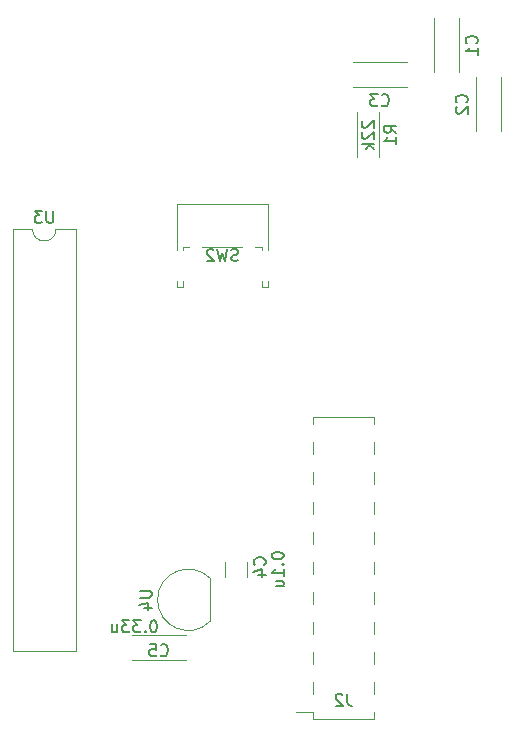
<source format=gbo>
G04 #@! TF.GenerationSoftware,KiCad,Pcbnew,(5.0.0)*
G04 #@! TF.CreationDate,2020-02-26T16:23:43+01:00*
G04 #@! TF.ProjectId,KXKM_esp_remote_control_module,4B584B4D5F6573705F72656D6F74655F,rev?*
G04 #@! TF.SameCoordinates,Original*
G04 #@! TF.FileFunction,Legend,Bot*
G04 #@! TF.FilePolarity,Positive*
%FSLAX46Y46*%
G04 Gerber Fmt 4.6, Leading zero omitted, Abs format (unit mm)*
G04 Created by KiCad (PCBNEW (5.0.0)) date 02/26/20 16:23:43*
%MOMM*%
%LPD*%
G01*
G04 APERTURE LIST*
%ADD10C,0.120000*%
%ADD11C,0.150000*%
G04 APERTURE END LIST*
D10*
G04 #@! TO.C,J2*
X169545000Y-116500000D02*
X174745000Y-116500000D01*
X169545000Y-90980000D02*
X174745000Y-90980000D01*
X168105000Y-115930000D02*
X169545000Y-115930000D01*
X169545000Y-116500000D02*
X169545000Y-115930000D01*
X174745000Y-116500000D02*
X174745000Y-115930000D01*
X169545000Y-91550000D02*
X169545000Y-90980000D01*
X174745000Y-91550000D02*
X174745000Y-90980000D01*
X169545000Y-114410000D02*
X169545000Y-113390000D01*
X174745000Y-114410000D02*
X174745000Y-113390000D01*
X169545000Y-111870000D02*
X169545000Y-110850000D01*
X174745000Y-111870000D02*
X174745000Y-110850000D01*
X169545000Y-109330000D02*
X169545000Y-108310000D01*
X174745000Y-109330000D02*
X174745000Y-108310000D01*
X169545000Y-106790000D02*
X169545000Y-105770000D01*
X174745000Y-106790000D02*
X174745000Y-105770000D01*
X169545000Y-104250000D02*
X169545000Y-103230000D01*
X174745000Y-104250000D02*
X174745000Y-103230000D01*
X169545000Y-101710000D02*
X169545000Y-100690000D01*
X174745000Y-101710000D02*
X174745000Y-100690000D01*
X169545000Y-99170000D02*
X169545000Y-98150000D01*
X174745000Y-99170000D02*
X174745000Y-98150000D01*
X169545000Y-96630000D02*
X169545000Y-95610000D01*
X174745000Y-96630000D02*
X174745000Y-95610000D01*
X169545000Y-94090000D02*
X169545000Y-93070000D01*
X174745000Y-94090000D02*
X174745000Y-93070000D01*
G04 #@! TO.C,C1*
X181918000Y-61746000D02*
X181918000Y-57206000D01*
X179778000Y-61746000D02*
X179778000Y-57206000D01*
X181918000Y-61746000D02*
X181903000Y-61746000D01*
X179793000Y-61746000D02*
X179778000Y-61746000D01*
X181918000Y-57206000D02*
X181903000Y-57206000D01*
X179793000Y-57206000D02*
X179778000Y-57206000D01*
G04 #@! TO.C,C2*
X183334000Y-62206000D02*
X183334000Y-66746000D01*
X185474000Y-62206000D02*
X185474000Y-66746000D01*
X183334000Y-62206000D02*
X183349000Y-62206000D01*
X185459000Y-62206000D02*
X185474000Y-62206000D01*
X183334000Y-66746000D02*
X183349000Y-66746000D01*
X185459000Y-66746000D02*
X185474000Y-66746000D01*
G04 #@! TO.C,C3*
X177490000Y-60921000D02*
X177490000Y-60906000D01*
X177490000Y-63046000D02*
X177490000Y-63031000D01*
X172950000Y-60921000D02*
X172950000Y-60906000D01*
X172950000Y-63046000D02*
X172950000Y-63031000D01*
X172950000Y-60906000D02*
X177490000Y-60906000D01*
X172950000Y-63046000D02*
X177490000Y-63046000D01*
G04 #@! TO.C,C5*
X158774000Y-109420000D02*
X154234000Y-109420000D01*
X158774000Y-111560000D02*
X154234000Y-111560000D01*
X158774000Y-109420000D02*
X158774000Y-109435000D01*
X158774000Y-111545000D02*
X158774000Y-111560000D01*
X154234000Y-109420000D02*
X154234000Y-109435000D01*
X154234000Y-111545000D02*
X154234000Y-111560000D01*
G04 #@! TO.C,C4*
X162148000Y-103237000D02*
X162148000Y-104495000D01*
X163988000Y-103237000D02*
X163988000Y-104495000D01*
G04 #@! TO.C,U3*
X145812000Y-75047800D02*
G75*
G03X147812000Y-75047800I1000000J0D01*
G01*
X147812000Y-75047800D02*
X149462000Y-75047800D01*
X149462000Y-75047800D02*
X149462000Y-110727800D01*
X149462000Y-110727800D02*
X144162000Y-110727800D01*
X144162000Y-110727800D02*
X144162000Y-75047800D01*
X144162000Y-75047800D02*
X145812000Y-75047800D01*
G04 #@! TO.C,U4*
X160854000Y-104626000D02*
X160854000Y-108226000D01*
X160842478Y-104587522D02*
G75*
G03X156404000Y-106426000I-1838478J-1838478D01*
G01*
X160842478Y-108264478D02*
G75*
G02X156404000Y-106426000I-1838478J1838478D01*
G01*
G04 #@! TO.C,R1*
X175164000Y-68976000D02*
X175164000Y-65136000D01*
X173324000Y-68976000D02*
X173324000Y-65136000D01*
G04 #@! TO.C,SW2*
X165224800Y-76585800D02*
X165224800Y-76815800D01*
X165744800Y-72915800D02*
X158024800Y-72915800D01*
X158024800Y-72915800D02*
X158024800Y-76815800D01*
X165744800Y-79925800D02*
X165224800Y-79925800D01*
X165744800Y-72915800D02*
X165744800Y-76815800D01*
X158544800Y-76585800D02*
X158544800Y-76815800D01*
X165224800Y-79415800D02*
X165224800Y-79925800D01*
X165744800Y-79415800D02*
X165744800Y-79925800D01*
X159084800Y-76585800D02*
X158544800Y-76585800D01*
X158544800Y-79415800D02*
X158544800Y-79925800D01*
X158544800Y-79925800D02*
X158024800Y-79925800D01*
X158024800Y-79415800D02*
X158024800Y-79925800D01*
X165224800Y-76585800D02*
X164684800Y-76585800D01*
X163584800Y-76585800D02*
X160184800Y-76585800D01*
G04 #@! TO.C,J2*
D11*
X172478333Y-114387380D02*
X172478333Y-115101666D01*
X172525952Y-115244523D01*
X172621190Y-115339761D01*
X172764047Y-115387380D01*
X172859285Y-115387380D01*
X172049761Y-114482619D02*
X172002142Y-114435000D01*
X171906904Y-114387380D01*
X171668809Y-114387380D01*
X171573571Y-114435000D01*
X171525952Y-114482619D01*
X171478333Y-114577857D01*
X171478333Y-114673095D01*
X171525952Y-114815952D01*
X172097380Y-115387380D01*
X171478333Y-115387380D01*
G04 #@! TO.C,C1*
X183405142Y-59309333D02*
X183452761Y-59261714D01*
X183500380Y-59118857D01*
X183500380Y-59023619D01*
X183452761Y-58880761D01*
X183357523Y-58785523D01*
X183262285Y-58737904D01*
X183071809Y-58690285D01*
X182928952Y-58690285D01*
X182738476Y-58737904D01*
X182643238Y-58785523D01*
X182548000Y-58880761D01*
X182500380Y-59023619D01*
X182500380Y-59118857D01*
X182548000Y-59261714D01*
X182595619Y-59309333D01*
X183500380Y-60261714D02*
X183500380Y-59690285D01*
X183500380Y-59976000D02*
X182500380Y-59976000D01*
X182643238Y-59880761D01*
X182738476Y-59785523D01*
X182786095Y-59690285D01*
G04 #@! TO.C,C2*
X182561142Y-64309333D02*
X182608761Y-64261714D01*
X182656380Y-64118857D01*
X182656380Y-64023619D01*
X182608761Y-63880761D01*
X182513523Y-63785523D01*
X182418285Y-63737904D01*
X182227809Y-63690285D01*
X182084952Y-63690285D01*
X181894476Y-63737904D01*
X181799238Y-63785523D01*
X181704000Y-63880761D01*
X181656380Y-64023619D01*
X181656380Y-64118857D01*
X181704000Y-64261714D01*
X181751619Y-64309333D01*
X181751619Y-64690285D02*
X181704000Y-64737904D01*
X181656380Y-64833142D01*
X181656380Y-65071238D01*
X181704000Y-65166476D01*
X181751619Y-65214095D01*
X181846857Y-65261714D01*
X181942095Y-65261714D01*
X182084952Y-65214095D01*
X182656380Y-64642666D01*
X182656380Y-65261714D01*
G04 #@! TO.C,C3*
X175386666Y-64533142D02*
X175434285Y-64580761D01*
X175577142Y-64628380D01*
X175672380Y-64628380D01*
X175815238Y-64580761D01*
X175910476Y-64485523D01*
X175958095Y-64390285D01*
X176005714Y-64199809D01*
X176005714Y-64056952D01*
X175958095Y-63866476D01*
X175910476Y-63771238D01*
X175815238Y-63676000D01*
X175672380Y-63628380D01*
X175577142Y-63628380D01*
X175434285Y-63676000D01*
X175386666Y-63723619D01*
X175053333Y-63628380D02*
X174434285Y-63628380D01*
X174767619Y-64009333D01*
X174624761Y-64009333D01*
X174529523Y-64056952D01*
X174481904Y-64104571D01*
X174434285Y-64199809D01*
X174434285Y-64437904D01*
X174481904Y-64533142D01*
X174529523Y-64580761D01*
X174624761Y-64628380D01*
X174910476Y-64628380D01*
X175005714Y-64580761D01*
X175053333Y-64533142D01*
G04 #@! TO.C,C5*
X156670666Y-111101142D02*
X156718285Y-111148761D01*
X156861142Y-111196380D01*
X156956380Y-111196380D01*
X157099238Y-111148761D01*
X157194476Y-111053523D01*
X157242095Y-110958285D01*
X157289714Y-110767809D01*
X157289714Y-110624952D01*
X157242095Y-110434476D01*
X157194476Y-110339238D01*
X157099238Y-110244000D01*
X156956380Y-110196380D01*
X156861142Y-110196380D01*
X156718285Y-110244000D01*
X156670666Y-110291619D01*
X155765904Y-110196380D02*
X156242095Y-110196380D01*
X156289714Y-110672571D01*
X156242095Y-110624952D01*
X156146857Y-110577333D01*
X155908761Y-110577333D01*
X155813523Y-110624952D01*
X155765904Y-110672571D01*
X155718285Y-110767809D01*
X155718285Y-111005904D01*
X155765904Y-111101142D01*
X155813523Y-111148761D01*
X155908761Y-111196380D01*
X156146857Y-111196380D01*
X156242095Y-111148761D01*
X156289714Y-111101142D01*
X156122476Y-108164380D02*
X156027238Y-108164380D01*
X155932000Y-108212000D01*
X155884380Y-108259619D01*
X155836761Y-108354857D01*
X155789142Y-108545333D01*
X155789142Y-108783428D01*
X155836761Y-108973904D01*
X155884380Y-109069142D01*
X155932000Y-109116761D01*
X156027238Y-109164380D01*
X156122476Y-109164380D01*
X156217714Y-109116761D01*
X156265333Y-109069142D01*
X156312952Y-108973904D01*
X156360571Y-108783428D01*
X156360571Y-108545333D01*
X156312952Y-108354857D01*
X156265333Y-108259619D01*
X156217714Y-108212000D01*
X156122476Y-108164380D01*
X155360571Y-109069142D02*
X155312952Y-109116761D01*
X155360571Y-109164380D01*
X155408190Y-109116761D01*
X155360571Y-109069142D01*
X155360571Y-109164380D01*
X154979619Y-108164380D02*
X154360571Y-108164380D01*
X154693904Y-108545333D01*
X154551047Y-108545333D01*
X154455809Y-108592952D01*
X154408190Y-108640571D01*
X154360571Y-108735809D01*
X154360571Y-108973904D01*
X154408190Y-109069142D01*
X154455809Y-109116761D01*
X154551047Y-109164380D01*
X154836761Y-109164380D01*
X154932000Y-109116761D01*
X154979619Y-109069142D01*
X154027238Y-108164380D02*
X153408190Y-108164380D01*
X153741523Y-108545333D01*
X153598666Y-108545333D01*
X153503428Y-108592952D01*
X153455809Y-108640571D01*
X153408190Y-108735809D01*
X153408190Y-108973904D01*
X153455809Y-109069142D01*
X153503428Y-109116761D01*
X153598666Y-109164380D01*
X153884380Y-109164380D01*
X153979619Y-109116761D01*
X154027238Y-109069142D01*
X152551047Y-108497714D02*
X152551047Y-109164380D01*
X152979619Y-108497714D02*
X152979619Y-109021523D01*
X152932000Y-109116761D01*
X152836761Y-109164380D01*
X152693904Y-109164380D01*
X152598666Y-109116761D01*
X152551047Y-109069142D01*
G04 #@! TO.C,C4*
X165457142Y-103465333D02*
X165504761Y-103417714D01*
X165552380Y-103274857D01*
X165552380Y-103179619D01*
X165504761Y-103036761D01*
X165409523Y-102941523D01*
X165314285Y-102893904D01*
X165123809Y-102846285D01*
X164980952Y-102846285D01*
X164790476Y-102893904D01*
X164695238Y-102941523D01*
X164600000Y-103036761D01*
X164552380Y-103179619D01*
X164552380Y-103274857D01*
X164600000Y-103417714D01*
X164647619Y-103465333D01*
X164885714Y-104322476D02*
X165552380Y-104322476D01*
X164504761Y-104084380D02*
X165219047Y-103846285D01*
X165219047Y-104465333D01*
X166076380Y-102651714D02*
X166076380Y-102746952D01*
X166124000Y-102842190D01*
X166171619Y-102889809D01*
X166266857Y-102937428D01*
X166457333Y-102985047D01*
X166695428Y-102985047D01*
X166885904Y-102937428D01*
X166981142Y-102889809D01*
X167028761Y-102842190D01*
X167076380Y-102746952D01*
X167076380Y-102651714D01*
X167028761Y-102556476D01*
X166981142Y-102508857D01*
X166885904Y-102461238D01*
X166695428Y-102413619D01*
X166457333Y-102413619D01*
X166266857Y-102461238D01*
X166171619Y-102508857D01*
X166124000Y-102556476D01*
X166076380Y-102651714D01*
X166981142Y-103413619D02*
X167028761Y-103461238D01*
X167076380Y-103413619D01*
X167028761Y-103366000D01*
X166981142Y-103413619D01*
X167076380Y-103413619D01*
X167076380Y-104413619D02*
X167076380Y-103842190D01*
X167076380Y-104127904D02*
X166076380Y-104127904D01*
X166219238Y-104032666D01*
X166314476Y-103937428D01*
X166362095Y-103842190D01*
X166409714Y-105270761D02*
X167076380Y-105270761D01*
X166409714Y-104842190D02*
X166933523Y-104842190D01*
X167028761Y-104889809D01*
X167076380Y-104985047D01*
X167076380Y-105127904D01*
X167028761Y-105223142D01*
X166981142Y-105270761D01*
G04 #@! TO.C,U3*
X147573904Y-73500180D02*
X147573904Y-74309704D01*
X147526285Y-74404942D01*
X147478666Y-74452561D01*
X147383428Y-74500180D01*
X147192952Y-74500180D01*
X147097714Y-74452561D01*
X147050095Y-74404942D01*
X147002476Y-74309704D01*
X147002476Y-73500180D01*
X146621523Y-73500180D02*
X146002476Y-73500180D01*
X146335809Y-73881133D01*
X146192952Y-73881133D01*
X146097714Y-73928752D01*
X146050095Y-73976371D01*
X146002476Y-74071609D01*
X146002476Y-74309704D01*
X146050095Y-74404942D01*
X146097714Y-74452561D01*
X146192952Y-74500180D01*
X146478666Y-74500180D01*
X146573904Y-74452561D01*
X146621523Y-74404942D01*
G04 #@! TO.C,U4*
X154896380Y-105664095D02*
X155705904Y-105664095D01*
X155801142Y-105711714D01*
X155848761Y-105759333D01*
X155896380Y-105854571D01*
X155896380Y-106045047D01*
X155848761Y-106140285D01*
X155801142Y-106187904D01*
X155705904Y-106235523D01*
X154896380Y-106235523D01*
X155229714Y-107140285D02*
X155896380Y-107140285D01*
X154848761Y-106902190D02*
X155563047Y-106664095D01*
X155563047Y-107283142D01*
G04 #@! TO.C,R1*
X176616380Y-66889333D02*
X176140190Y-66556000D01*
X176616380Y-66317904D02*
X175616380Y-66317904D01*
X175616380Y-66698857D01*
X175664000Y-66794095D01*
X175711619Y-66841714D01*
X175806857Y-66889333D01*
X175949714Y-66889333D01*
X176044952Y-66841714D01*
X176092571Y-66794095D01*
X176140190Y-66698857D01*
X176140190Y-66317904D01*
X176616380Y-67841714D02*
X176616380Y-67270285D01*
X176616380Y-67556000D02*
X175616380Y-67556000D01*
X175759238Y-67460761D01*
X175854476Y-67365523D01*
X175902095Y-67270285D01*
X173791619Y-65889333D02*
X173744000Y-65936952D01*
X173696380Y-66032190D01*
X173696380Y-66270285D01*
X173744000Y-66365523D01*
X173791619Y-66413142D01*
X173886857Y-66460761D01*
X173982095Y-66460761D01*
X174124952Y-66413142D01*
X174696380Y-65841714D01*
X174696380Y-66460761D01*
X173791619Y-66841714D02*
X173744000Y-66889333D01*
X173696380Y-66984571D01*
X173696380Y-67222666D01*
X173744000Y-67317904D01*
X173791619Y-67365523D01*
X173886857Y-67413142D01*
X173982095Y-67413142D01*
X174124952Y-67365523D01*
X174696380Y-66794095D01*
X174696380Y-67413142D01*
X174696380Y-67841714D02*
X173696380Y-67841714D01*
X174315428Y-67936952D02*
X174696380Y-68222666D01*
X174029714Y-68222666D02*
X174410666Y-67841714D01*
G04 #@! TO.C,SW2*
X163218133Y-77700561D02*
X163075276Y-77748180D01*
X162837180Y-77748180D01*
X162741942Y-77700561D01*
X162694323Y-77652942D01*
X162646704Y-77557704D01*
X162646704Y-77462466D01*
X162694323Y-77367228D01*
X162741942Y-77319609D01*
X162837180Y-77271990D01*
X163027657Y-77224371D01*
X163122895Y-77176752D01*
X163170514Y-77129133D01*
X163218133Y-77033895D01*
X163218133Y-76938657D01*
X163170514Y-76843419D01*
X163122895Y-76795800D01*
X163027657Y-76748180D01*
X162789561Y-76748180D01*
X162646704Y-76795800D01*
X162313371Y-76748180D02*
X162075276Y-77748180D01*
X161884800Y-77033895D01*
X161694323Y-77748180D01*
X161456228Y-76748180D01*
X161122895Y-76843419D02*
X161075276Y-76795800D01*
X160980038Y-76748180D01*
X160741942Y-76748180D01*
X160646704Y-76795800D01*
X160599085Y-76843419D01*
X160551466Y-76938657D01*
X160551466Y-77033895D01*
X160599085Y-77176752D01*
X161170514Y-77748180D01*
X160551466Y-77748180D01*
G04 #@! TD*
M02*

</source>
